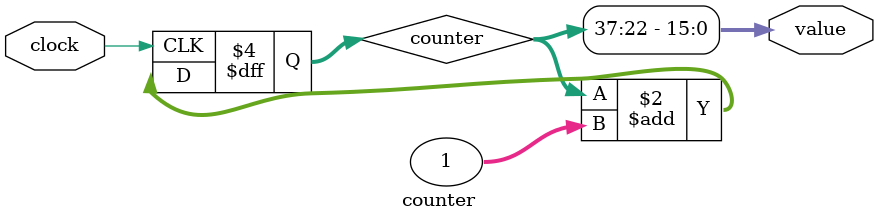
<source format=sv>
`timescale 1ns / 1ps

`timescale 1ns / 1ps
`default_nettype none

module counter(
    input wire clock,
    output wire [15:0] value
    );
    
    logic [63:0] counter = 0;
    assign value = counter[37:22];
    
    always_ff @(posedge clock) begin
        counter <= (counter + 1);
    end    
    
endmodule

</source>
